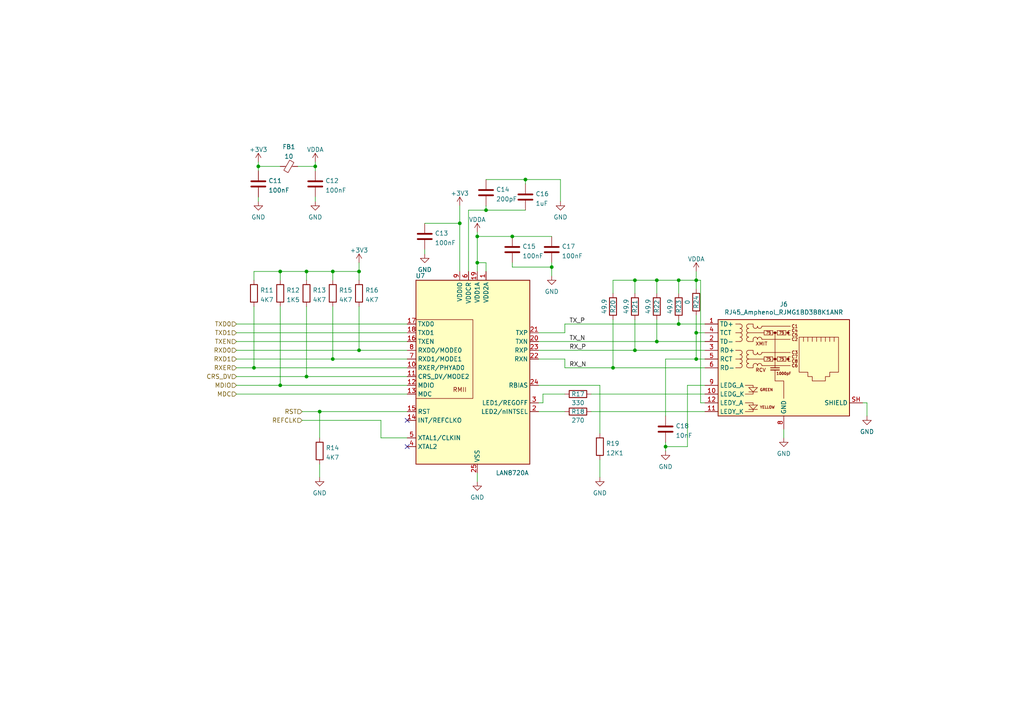
<source format=kicad_sch>
(kicad_sch (version 20211123) (generator eeschema)
  (paper "A4")
  (lib_symbols
    (symbol "Connector:RJ45_Amphenol_RJMG1BD3B8K1ANR"
      (property "Reference" "J6" (at 0 18.415 0))
      (property "Value" "RJ45_Amphenol_RJMG1BD3B8K1ANR" (at 0 16.1036 0))
      (symbol "RJ45_Amphenol_RJMG1BD3B8K1ANR_0_0"
        (circle (center -2.54 2.54) (radius 0.254) (stroke (width 0.254)) (fill (type outline)))
        (circle (center -2.54 10.16) (radius 0.254) (stroke (width 0.254)) (fill (type outline)))
        (polyline (pts (xy -7.62 -12.065) (xy -10.16 -12.065)))
        (polyline (pts (xy -7.62 -6.985) (xy -10.16 -6.985)))
        (polyline (pts (xy -2.54 10.16) (xy -2.54 0)))
        (polyline (pts (xy -1.27 -0.635) (xy -3.81 -0.635)) (stroke (width 0.254)))
        (polyline (pts (xy -1.27 0) (xy -3.81 0)) (stroke (width 0.254)))
        (polyline (pts (xy 1.27 2.54) (xy 0.635 2.54)))
        (polyline (pts (xy 1.27 10.16) (xy 0.635 10.16)))
        (polyline (pts (xy -11.176 -12.7) (xy -8.89 -12.7) (xy -8.89 -12.065)))
        (polyline (pts (xy -11.176 -10.16) (xy -8.89 -10.16) (xy -8.89 -10.795)))
        (polyline (pts (xy -11.176 -5.08) (xy -8.89 -5.08) (xy -8.89 -5.715)))
        (polyline (pts (xy -8.89 -6.985) (xy -8.89 -7.62) (xy -11.176 -7.62)))
        (polyline (pts (xy -10.16 -5.715) (xy -7.62 -5.715) (xy -8.89 -6.985) (xy -10.16 -5.715)))
        (polyline (pts (xy -7.62 -10.795) (xy -10.16 -10.795) (xy -8.89 -12.065) (xy -7.62 -10.795)))
        (polyline (pts (xy -2.54 -0.635) (xy -2.54 -3.81) (xy 0 -3.81) (xy 0 -8.89)))
        (polyline (pts (xy 1.905 3.175) (xy 1.27 3.175) (xy 1.27 1.905) (xy 1.905 1.905)))
        (polyline (pts (xy 1.905 10.795) (xy 1.27 10.795) (xy 1.27 9.525) (xy 1.905 9.525)))
        (circle (center 1.27 2.54) (radius 0.254) (stroke (width 0.254)) (fill (type outline)))
        (circle (center 1.27 10.16) (radius 0.254) (stroke (width 0.254)) (fill (type outline)))
        (text "1000pF" (at 0 -1.651 0) (effects (font (size 0.762 0.762))))
        (text "75" (at -4.445 2.54 0) (effects (font (size 0.762 0.762))))
        (text "75" (at -4.445 10.16 0) (effects (font (size 0.762 0.762))))
        (text "75" (at -0.635 2.54 0) (effects (font (size 0.762 0.762))))
        (text "75" (at -0.635 10.16 0) (effects (font (size 0.762 0.762))))
        (text "C1" (at 3.175 12.065 0) (effects (font (size 0.889 0.889))))
        (text "C2" (at 3.175 8.255 0) (effects (font (size 0.889 0.889))))
        (text "C3" (at 3.175 4.445 0) (effects (font (size 0.889 0.889))))
        (text "C4" (at 3.175 10.795 0) (effects (font (size 0.889 0.889))))
        (text "C5" (at 3.175 9.525 0) (effects (font (size 0.889 0.889))))
        (text "C6" (at 3.175 0.635 0) (effects (font (size 0.889 0.889))))
        (text "C7" (at 3.175 3.175 0) (effects (font (size 0.889 0.889))))
        (text "C8" (at 3.175 1.905 0) (effects (font (size 0.889 0.889))))
        (text "GREEN" (at -6.985 -6.35 0) (effects (font (size 0.762 0.762)) (justify left)))
        (text "RCV" (at -8.255 -0.635 0) (effects (font (size 1.016 1.016)) (justify left)))
        (text "XMIT" (at -8.255 6.985 0) (effects (font (size 1.016 1.016)) (justify left)))
        (text "YELLOW" (at -6.985 -11.43 0) (effects (font (size 0.762 0.762)) (justify left)))
      )
      (symbol "RJ45_Amphenol_RJMG1BD3B8K1ANR_0_1"
        (rectangle (start -19.05 -13.97) (end 19.05 13.97) (stroke (width 0.254)) (fill (type background)))
        (arc (start -12.7 0) (mid -12.065 0.635) (end -12.7 1.27))
        (arc (start -12.7 1.27) (mid -12.065 1.905) (end -12.7 2.54))
        (arc (start -12.7 2.54) (mid -12.065 3.175) (end -12.7 3.81))
        (arc (start -12.7 3.81) (mid -12.065 4.445) (end -12.7 5.08))
        (arc (start -12.7 7.62) (mid -12.065 8.255) (end -12.7 8.89))
        (arc (start -12.7 8.89) (mid -12.065 9.525) (end -12.7 10.16))
        (arc (start -12.7 10.16) (mid -12.065 10.795) (end -12.7 11.43))
        (arc (start -12.7 11.43) (mid -12.065 12.065) (end -12.7 12.7))
        (arc (start -10.16 1.27) (mid -10.795 0.635) (end -10.16 0))
        (arc (start -10.16 2.54) (mid -10.795 1.905) (end -10.16 1.27))
        (arc (start -10.16 3.81) (mid -10.795 3.175) (end -10.16 2.54))
        (arc (start -10.16 5.08) (mid -10.795 4.445) (end -10.16 3.81))
        (arc (start -10.16 8.89) (mid -10.795 8.255) (end -10.16 7.62))
        (arc (start -10.16 10.16) (mid -10.795 9.525) (end -10.16 8.89))
        (arc (start -10.16 11.43) (mid -10.795 10.795) (end -10.16 10.16))
        (arc (start -10.16 12.7) (mid -10.795 12.065) (end -10.16 11.43))
        (arc (start -8.89 4.445) (mid -8.255 3.81) (end -7.62 4.445))
        (arc (start -8.89 12.065) (mid -8.255 11.43) (end -7.62 12.065))
        (arc (start -7.62 0.635) (mid -8.255 1.27) (end -8.89 0.635))
        (arc (start -7.62 4.445) (mid -6.985 3.81) (end -6.35 4.445))
        (arc (start -7.62 8.255) (mid -8.255 8.89) (end -8.89 8.255))
        (arc (start -7.62 12.065) (mid -6.985 11.43) (end -6.35 12.065))
        (arc (start -6.35 0.635) (mid -6.985 1.27) (end -7.62 0.635))
        (arc (start -6.35 8.255) (mid -6.985 8.89) (end -7.62 8.255))
        (rectangle (start -5.715 3.175) (end -3.175 1.905))
        (rectangle (start -5.715 10.795) (end -3.175 9.525))
        (rectangle (start -1.905 3.175) (end 0.635 1.905))
        (rectangle (start -1.905 10.795) (end 0.635 9.525))
        (polyline (pts (xy -12.7 0) (xy -13.97 0)))
        (polyline (pts (xy -12.7 2.54) (xy -13.97 2.54)))
        (polyline (pts (xy -12.7 5.08) (xy -13.97 5.08)))
        (polyline (pts (xy -12.7 7.62) (xy -13.97 7.62)))
        (polyline (pts (xy -12.7 10.16) (xy -13.97 10.16)))
        (polyline (pts (xy -12.7 12.7) (xy -13.97 12.7)))
        (polyline (pts (xy -6.35 0.635) (xy 1.905 0.635)))
        (polyline (pts (xy -6.35 4.445) (xy 1.905 4.445)))
        (polyline (pts (xy -6.35 8.255) (xy 1.905 8.255)))
        (polyline (pts (xy -6.35 12.065) (xy 1.905 12.065)))
        (polyline (pts (xy -5.715 2.54) (xy -10.16 2.54)))
        (polyline (pts (xy -5.715 10.16) (xy -10.16 10.16)))
        (polyline (pts (xy -3.175 2.54) (xy -1.905 2.54)))
        (polyline (pts (xy -3.175 10.16) (xy -1.905 10.16)))
        (polyline (pts (xy 5.715 7.62) (xy 5.715 8.89)))
        (polyline (pts (xy 6.985 8.89) (xy 6.985 7.62)))
        (polyline (pts (xy 8.255 8.89) (xy 8.255 7.62)))
        (polyline (pts (xy 9.525 8.89) (xy 9.525 7.62)))
        (polyline (pts (xy 10.795 8.89) (xy 10.795 7.62)))
        (polyline (pts (xy 12.065 8.89) (xy 12.065 7.62)))
        (polyline (pts (xy 13.335 7.62) (xy 13.335 8.89)))
        (polyline (pts (xy 14.605 7.62) (xy 14.605 8.89)))
        (polyline (pts (xy -10.16 5.08) (xy -8.89 5.08) (xy -8.89 4.445)))
        (polyline (pts (xy -10.16 12.7) (xy -8.89 12.7) (xy -8.89 12.065)))
        (polyline (pts (xy -8.89 0.635) (xy -8.89 0) (xy -10.16 0)))
        (polyline (pts (xy -8.89 8.255) (xy -8.89 7.62) (xy -10.16 7.62)))
        (polyline (pts (xy 4.445 8.89) (xy 15.875 8.89) (xy 15.875 -1.27) (xy 13.335 -1.27) (xy 13.335 -2.54) (xy 12.065 -2.54) (xy 12.065 -3.81) (xy 8.255 -3.81) (xy 8.255 -2.54) (xy 6.985 -2.54) (xy 6.985 -1.27) (xy 4.445 -1.27) (xy 4.445 8.89)))
      )
      (symbol "RJ45_Amphenol_RJMG1BD3B8K1ANR_1_1"
        (pin passive line (at -22.86 12.7 0) (length 3.81) (name "TD+") (number "1"))
        (pin passive line (at -22.86 -7.62 0) (length 3.81) (name "LEDG_K") (number "10"))
        (pin passive line (at -22.86 -12.7 0) (length 3.81) (name "LEDY_K") (number "11"))
        (pin passive line (at -22.86 -10.16 0) (length 3.81) (name "LEDY_A") (number "12"))
        (pin passive line (at -22.86 7.62 0) (length 3.81) (name "TD-") (number "2"))
        (pin passive line (at -22.86 5.08 0) (length 3.81) (name "RD+") (number "3"))
        (pin passive line (at -22.86 10.16 0) (length 3.81) (name "TCT") (number "4"))
        (pin passive line (at -22.86 2.54 0) (length 3.81) (name "RCT") (number "5"))
        (pin passive line (at -22.86 0 0) (length 3.81) (name "RD-") (number "6"))
        (pin power_in line (at 0 -17.78 90) (length 3.81) (name "GND") (number "8"))
        (pin passive line (at -22.86 -5.08 0) (length 3.81) (name "LEDG_A") (number "9"))
        (pin no_connect line (at 5.08 -5.08 0) (length 0) hide (name "NC") (number "R7"))
        (pin passive line (at 22.86 -10.16 180) (length 3.81) (name "SHIELD") (number "SH"))
      )
    )
    (symbol "Device:C" (pin_numbers hide) (pin_names (offset 0.254))
      (property "Reference" "C" (at 0.635 2.54 0))
      (property "Value" "C" (at 0.635 -2.54 0))
      (symbol "C_0_1"
        (polyline (pts (xy -2.032 -0.762) (xy 2.032 -0.762)) (stroke (width 0.508)))
        (polyline (pts (xy -2.032 0.762) (xy 2.032 0.762)) (stroke (width 0.508)))
      )
      (symbol "C_1_1"
        (pin passive line (at 0 3.81 270) (length 2.794) (name "~") (number "1"))
        (pin passive line (at 0 -3.81 90) (length 2.794) (name "~") (number "2"))
      )
    )
    (symbol "Device:FerriteBead_Small" (pin_numbers hide) (pin_names (offset 0))
      (property "Reference" "FB" (at 1.905 1.27 0))
      (property "Value" "FerriteBead_Small" (at 1.905 -1.27 0))
      (symbol "FerriteBead_Small_0_1"
        (polyline (pts (xy 0 -1.27) (xy 0 -0.7874)))
        (polyline (pts (xy 0 0.889) (xy 0 1.2954)))
        (polyline (pts (xy -1.8288 0.2794) (xy -1.1176 1.4986) (xy 1.8288 -0.2032) (xy 1.1176 -1.4224) (xy -1.8288 0.2794)))
      )
      (symbol "FerriteBead_Small_1_1"
        (pin passive line (at 0 2.54 270) (length 1.27) (name "~") (number "1"))
        (pin passive line (at 0 -2.54 90) (length 1.27) (name "~") (number "2"))
      )
    )
    (symbol "Device:R" (pin_numbers hide) (pin_names (offset 0))
      (property "Reference" "R" (at 2.032 0 90))
      (property "Value" "R" (at 0 0 90))
      (symbol "R_0_1"
        (rectangle (start -1.016 -2.54) (end 1.016 2.54) (stroke (width 0.254)))
      )
      (symbol "R_1_1"
        (pin passive line (at 0 3.81 270) (length 1.27) (name "~") (number "1"))
        (pin passive line (at 0 -3.81 90) (length 1.27) (name "~") (number "2"))
      )
    )
    (symbol "Interface_Ethernet:LAN8720A"
      (property "Reference" "U" (at -13.97 29.21 0))
      (property "Value" "LAN8720A" (at 15.24 29.21 0))
      (symbol "LAN8720A_0_0"
        (text "RMII" (at -5.08 -3.81 0) (effects (font (size 1.27 1.27))))
      )
      (symbol "LAN8720A_0_1"
        (rectangle (start -17.78 27.94) (end 15.24 -25.4) (stroke (width 0.254)) (fill (type background)))
        (polyline (pts (xy -17.78 -6.35) (xy -1.27 -6.35) (xy -1.27 16.51) (xy -17.78 16.51)))
      )
      (symbol "LAN8720A_1_1"
        (pin power_in line (at 2.54 30.48 270) (length 2.54) (name "VDD2A") (number "1"))
        (pin output line (at -20.32 2.54 0) (length 2.54) (name "RXER/PHYAD0") (number "10"))
        (pin output line (at -20.32 0 0) (length 2.54) (name "CRS_DV/MODE2") (number "11"))
        (pin bidirectional line (at -20.32 -2.54 0) (length 2.54) (name "MDIO") (number "12"))
        (pin input line (at -20.32 -5.08 0) (length 2.54) (name "MDC") (number "13"))
        (pin output line (at -20.32 -12.7 0) (length 2.54) (name "INT/REFCLKO") (number "14"))
        (pin input line (at -20.32 -10.16 0) (length 2.54) (name "RST") (number "15"))
        (pin input line (at -20.32 10.16 0) (length 2.54) (name "TXEN") (number "16"))
        (pin input line (at -20.32 15.24 0) (length 2.54) (name "TXD0") (number "17"))
        (pin input line (at -20.32 12.7 0) (length 2.54) (name "TXD1") (number "18"))
        (pin power_in line (at 0 30.48 270) (length 2.54) (name "VDD1A") (number "19"))
        (pin bidirectional line (at 17.78 -10.16 180) (length 2.54) (name "LED2/nINTSEL") (number "2"))
        (pin output line (at 17.78 10.16 180) (length 2.54) (name "TXN") (number "20"))
        (pin output line (at 17.78 12.7 180) (length 2.54) (name "TXP") (number "21"))
        (pin output line (at 17.78 5.08 180) (length 2.54) (name "RXN") (number "22"))
        (pin output line (at 17.78 7.62 180) (length 2.54) (name "RXP") (number "23"))
        (pin input line (at 17.78 -2.54 180) (length 2.54) (name "RBIAS") (number "24"))
        (pin power_in line (at 0 -27.94 90) (length 2.54) (name "VSS") (number "25"))
        (pin bidirectional line (at 17.78 -7.62 180) (length 2.54) (name "LED1/REGOFF") (number "3"))
        (pin passive line (at -20.32 -20.32 0) (length 2.54) (name "XTAL2") (number "4"))
        (pin passive line (at -20.32 -17.78 0) (length 2.54) (name "XTAL1/CLKIN") (number "5"))
        (pin power_in line (at -2.54 30.48 270) (length 2.54) (name "VDDCR") (number "6"))
        (pin output line (at -20.32 5.08 0) (length 2.54) (name "RXD1/MODE1") (number "7"))
        (pin output line (at -20.32 7.62 0) (length 2.54) (name "RXD0/MODE0") (number "8"))
        (pin power_in line (at -5.08 30.48 270) (length 2.54) (name "VDDIO") (number "9"))
      )
    )
    (symbol "power:+3.3V" (power) (pin_names (offset 0))
      (property "Value" "+3.3V" (at 0 3.556 0))
      (symbol "+3.3V_0_1"
        (polyline (pts (xy -0.762 1.27) (xy 0 2.54)))
        (polyline (pts (xy 0 0) (xy 0 2.54)))
        (polyline (pts (xy 0 2.54) (xy 0.762 1.27)))
      )
      (symbol "+3.3V_1_1"
        (pin power_in line (at 0 0 90) (length 0) hide (name "+3V3") (number "1"))
      )
    )
    (symbol "power:GND" (power) (pin_names (offset 0))
      (property "Value" "GND" (at 0 -3.81 0))
      (symbol "GND_0_1"
        (polyline (pts (xy 0 0) (xy 0 -1.27) (xy 1.27 -1.27) (xy 0 -2.54) (xy -1.27 -1.27) (xy 0 -1.27)))
      )
      (symbol "GND_1_1"
        (pin power_in line (at 0 0 270) (length 0) hide (name "GND") (number "1"))
      )
    )
    (symbol "power:VDDA" (power) (pin_names (offset 0))
      (property "Value" "VDDA" (at 0 3.81 0))
      (symbol "VDDA_0_1"
        (polyline (pts (xy -0.762 1.27) (xy 0 2.54)))
        (polyline (pts (xy 0 0) (xy 0 2.54)))
        (polyline (pts (xy 0 2.54) (xy 0.762 1.27)))
      )
      (symbol "VDDA_1_1"
        (pin power_in line (at 0 0 90) (length 0) hide (name "VDDA") (number "1"))
      )
    )
  )
  (junction (at 96.52 104.14))
  (junction (at 196.85 93.98))
  (junction (at 81.28 111.76))
  (junction (at 96.52 78.74))
  (junction (at 133.35 64.77))
  (junction (at 201.93 96.52))
  (junction (at 152.4 52.07))
  (junction (at 160.02 77.47))
  (junction (at 148.59 68.58))
  (junction (at 190.5 99.06))
  (junction (at 190.5 81.28))
  (junction (at 88.9 78.74))
  (junction (at 140.97 60.96))
  (junction (at 196.85 81.28))
  (junction (at 184.15 81.28))
  (junction (at 74.93 48.26))
  (junction (at 104.14 101.6))
  (junction (at 81.28 78.74))
  (junction (at 184.15 101.6))
  (junction (at 104.14 78.74))
  (junction (at 201.93 104.14))
  (junction (at 138.43 68.58))
  (junction (at 201.93 81.28))
  (junction (at 138.43 76.2))
  (junction (at 193.04 129.54))
  (junction (at 91.44 48.26))
  (junction (at 73.66 106.68))
  (junction (at 177.8 106.68))
  (junction (at 88.9 109.22))
  (junction (at 92.71 119.38))
  (no_connect (at 118.11 129.54))
  (no_connect (at 118.11 121.92))
  (wire (pts (xy 87.63 119.38) (xy 92.71 119.38)))
  (wire (pts (xy 250.19 116.84) (xy 251.46 116.84)))
  (wire (pts (xy 177.8 106.68) (xy 204.47 106.68)))
  (wire (pts (xy 88.9 78.74) (xy 96.52 78.74)))
  (wire (pts (xy 196.85 81.28) (xy 196.85 85.09)))
  (wire (pts (xy 190.5 81.28) (xy 196.85 81.28)))
  (wire (pts (xy 81.28 48.26) (xy 74.93 48.26)))
  (wire (pts (xy 203.2 81.28) (xy 201.93 81.28)))
  (wire (pts (xy 68.58 96.52) (xy 118.11 96.52)))
  (wire (pts (xy 251.46 116.84) (xy 251.46 120.65)))
  (wire (pts (xy 68.58 109.22) (xy 88.9 109.22)))
  (wire (pts (xy 104.14 88.9) (xy 104.14 101.6)))
  (wire (pts (xy 148.59 76.2) (xy 148.59 77.47)))
  (wire (pts (xy 156.21 104.14) (xy 163.83 104.14)))
  (wire (pts (xy 163.83 93.98) (xy 196.85 93.98)))
  (wire (pts (xy 152.4 53.34) (xy 152.4 52.07)))
  (wire (pts (xy 73.66 81.28) (xy 73.66 78.74)))
  (wire (pts (xy 92.71 134.62) (xy 92.71 138.43)))
  (wire (pts (xy 171.45 114.3) (xy 204.47 114.3)))
  (wire (pts (xy 173.99 111.76) (xy 173.99 125.73)))
  (wire (pts (xy 201.93 81.28) (xy 201.93 83.82)))
  (wire (pts (xy 157.48 114.3) (xy 157.48 116.84)))
  (wire (pts (xy 138.43 67.31) (xy 138.43 68.58)))
  (wire (pts (xy 199.39 111.76) (xy 199.39 129.54)))
  (wire (pts (xy 91.44 46.99) (xy 91.44 48.26)))
  (wire (pts (xy 138.43 137.16) (xy 138.43 139.7)))
  (wire (pts (xy 184.15 81.28) (xy 184.15 85.09)))
  (wire (pts (xy 156.21 111.76) (xy 173.99 111.76)))
  (wire (pts (xy 74.93 48.26) (xy 74.93 49.53)))
  (wire (pts (xy 193.04 129.54) (xy 193.04 130.81)))
  (wire (pts (xy 68.58 106.68) (xy 73.66 106.68)))
  (wire (pts (xy 88.9 78.74) (xy 88.9 81.28)))
  (wire (pts (xy 156.21 99.06) (xy 190.5 99.06)))
  (wire (pts (xy 140.97 59.69) (xy 140.97 60.96)))
  (wire (pts (xy 163.83 104.14) (xy 163.83 106.68)))
  (wire (pts (xy 163.83 93.98) (xy 163.83 96.52)))
  (wire (pts (xy 201.93 96.52) (xy 201.93 104.14)))
  (wire (pts (xy 73.66 78.74) (xy 81.28 78.74)))
  (wire (pts (xy 135.89 60.96) (xy 135.89 78.74)))
  (wire (pts (xy 92.71 119.38) (xy 118.11 119.38)))
  (wire (pts (xy 74.93 48.26) (xy 74.93 46.99)))
  (wire (pts (xy 91.44 57.15) (xy 91.44 58.42)))
  (wire (pts (xy 68.58 93.98) (xy 118.11 93.98)))
  (wire (pts (xy 68.58 111.76) (xy 81.28 111.76)))
  (wire (pts (xy 133.35 64.77) (xy 123.19 64.77)))
  (wire (pts (xy 199.39 129.54) (xy 193.04 129.54)))
  (wire (pts (xy 138.43 68.58) (xy 138.43 76.2)))
  (wire (pts (xy 156.21 119.38) (xy 163.83 119.38)))
  (wire (pts (xy 138.43 76.2) (xy 140.97 76.2)))
  (wire (pts (xy 135.89 60.96) (xy 140.97 60.96)))
  (wire (pts (xy 88.9 88.9) (xy 88.9 109.22)))
  (wire (pts (xy 201.93 78.74) (xy 201.93 81.28)))
  (wire (pts (xy 160.02 77.47) (xy 160.02 80.01)))
  (wire (pts (xy 110.49 121.92) (xy 110.49 127)))
  (wire (pts (xy 73.66 106.68) (xy 118.11 106.68)))
  (wire (pts (xy 81.28 78.74) (xy 81.28 81.28)))
  (wire (pts (xy 160.02 76.2) (xy 160.02 77.47)))
  (wire (pts (xy 204.47 116.84) (xy 203.2 116.84)))
  (wire (pts (xy 184.15 101.6) (xy 204.47 101.6)))
  (wire (pts (xy 81.28 111.76) (xy 118.11 111.76)))
  (wire (pts (xy 73.66 88.9) (xy 73.66 106.68)))
  (wire (pts (xy 184.15 81.28) (xy 190.5 81.28)))
  (wire (pts (xy 68.58 99.06) (xy 118.11 99.06)))
  (wire (pts (xy 203.2 81.28) (xy 203.2 116.84)))
  (wire (pts (xy 193.04 104.14) (xy 193.04 120.65)))
  (wire (pts (xy 68.58 101.6) (xy 104.14 101.6)))
  (wire (pts (xy 68.58 104.14) (xy 96.52 104.14)))
  (wire (pts (xy 162.56 52.07) (xy 162.56 58.42)))
  (wire (pts (xy 190.5 92.71) (xy 190.5 99.06)))
  (wire (pts (xy 88.9 109.22) (xy 118.11 109.22)))
  (wire (pts (xy 87.63 121.92) (xy 110.49 121.92)))
  (wire (pts (xy 190.5 99.06) (xy 204.47 99.06)))
  (wire (pts (xy 184.15 92.71) (xy 184.15 101.6)))
  (wire (pts (xy 96.52 88.9) (xy 96.52 104.14)))
  (wire (pts (xy 163.83 106.68) (xy 177.8 106.68)))
  (wire (pts (xy 196.85 93.98) (xy 204.47 93.98)))
  (wire (pts (xy 68.58 114.3) (xy 118.11 114.3)))
  (wire (pts (xy 201.93 96.52) (xy 204.47 96.52)))
  (wire (pts (xy 140.97 52.07) (xy 152.4 52.07)))
  (wire (pts (xy 177.8 92.71) (xy 177.8 106.68)))
  (wire (pts (xy 104.14 78.74) (xy 104.14 81.28)))
  (wire (pts (xy 81.28 88.9) (xy 81.28 111.76)))
  (wire (pts (xy 204.47 111.76) (xy 199.39 111.76)))
  (wire (pts (xy 81.28 78.74) (xy 88.9 78.74)))
  (wire (pts (xy 201.93 91.44) (xy 201.93 96.52)))
  (wire (pts (xy 92.71 127) (xy 92.71 119.38)))
  (wire (pts (xy 190.5 81.28) (xy 190.5 85.09)))
  (wire (pts (xy 138.43 68.58) (xy 148.59 68.58)))
  (wire (pts (xy 171.45 119.38) (xy 204.47 119.38)))
  (wire (pts (xy 196.85 92.71) (xy 196.85 93.98)))
  (wire (pts (xy 227.33 124.46) (xy 227.33 127)))
  (wire (pts (xy 133.35 78.74) (xy 133.35 64.77)))
  (wire (pts (xy 148.59 68.58) (xy 160.02 68.58)))
  (wire (pts (xy 193.04 128.27) (xy 193.04 129.54)))
  (wire (pts (xy 138.43 76.2) (xy 138.43 78.74)))
  (wire (pts (xy 156.21 101.6) (xy 184.15 101.6)))
  (wire (pts (xy 163.83 114.3) (xy 157.48 114.3)))
  (wire (pts (xy 140.97 60.96) (xy 152.4 60.96)))
  (wire (pts (xy 110.49 127) (xy 118.11 127)))
  (wire (pts (xy 173.99 133.35) (xy 173.99 138.43)))
  (wire (pts (xy 177.8 81.28) (xy 184.15 81.28)))
  (wire (pts (xy 104.14 101.6) (xy 118.11 101.6)))
  (wire (pts (xy 91.44 48.26) (xy 86.36 48.26)))
  (wire (pts (xy 177.8 85.09) (xy 177.8 81.28)))
  (wire (pts (xy 96.52 78.74) (xy 96.52 81.28)))
  (wire (pts (xy 204.47 104.14) (xy 201.93 104.14)))
  (wire (pts (xy 156.21 96.52) (xy 163.83 96.52)))
  (wire (pts (xy 152.4 52.07) (xy 162.56 52.07)))
  (wire (pts (xy 196.85 81.28) (xy 201.93 81.28)))
  (wire (pts (xy 148.59 77.47) (xy 160.02 77.47)))
  (wire (pts (xy 157.48 116.84) (xy 156.21 116.84)))
  (wire (pts (xy 133.35 59.69) (xy 133.35 64.77)))
  (wire (pts (xy 96.52 78.74) (xy 104.14 78.74)))
  (wire (pts (xy 74.93 57.15) (xy 74.93 58.42)))
  (wire (pts (xy 123.19 72.39) (xy 123.19 73.66)))
  (wire (pts (xy 201.93 104.14) (xy 193.04 104.14)))
  (wire (pts (xy 104.14 76.2) (xy 104.14 78.74)))
  (wire (pts (xy 91.44 48.26) (xy 91.44 49.53)))
  (wire (pts (xy 140.97 76.2) (xy 140.97 78.74)))
  (wire (pts (xy 96.52 104.14) (xy 118.11 104.14)))
  (label "TX_P" (at 165.1 93.98 0))
  (label "TX_N" (at 165.1 99.06 0))
  (label "RX_N" (at 165.1 106.68 0))
  (label "RX_P" (at 165.1 101.6 0))
  (hierarchical_label "MDIO" (shape input) (at 68.58 111.76 180))
  (hierarchical_label "RXD1" (shape input) (at 68.58 104.14 180))
  (hierarchical_label "REFCLK" (shape input) (at 87.63 121.92 180))
  (hierarchical_label "MDC" (shape input) (at 68.58 114.3 180))
  (hierarchical_label "RXD0" (shape input) (at 68.58 101.6 180))
  (hierarchical_label "CRS_DV" (shape input) (at 68.58 109.22 180))
  (hierarchical_label "RST" (shape input) (at 87.63 119.38 180))
  (hierarchical_label "TXD1" (shape input) (at 68.58 96.52 180))
  (hierarchical_label "TXEN" (shape input) (at 68.58 99.06 180))
  (hierarchical_label "TXD0" (shape input) (at 68.58 93.98 180))
  (hierarchical_label "RXER" (shape input) (at 68.58 106.68 180))
  (symbol (lib_id "Interface_Ethernet:LAN8720A") (at 138.43 109.22 0) (unit 1)
    (property "Reference" "U7" (at 121.92 80.01 0))
    (property "Value" "LAN8720A" (at 148.59 137.16 0))
    (property "Footprint" "Package_DFN_QFN:QFN-24-1EP_4x4mm_P0.5mm_EP2.6x2.6mm" (effects hide))
    (property "Datasheet" "http://ww1.microchip.com/downloads/en/DeviceDoc/8720a.pdf" (effects hide))
    (property "LCSC" "C45223" (effects hide))
    (property "JLCPCB_CORRECTION" "0; 0; 270" (effects hide))
  )
  (symbol (lib_id "Connector:RJ45_Amphenol_RJMG1BD3B8K1ANR") (at 227.33 106.68 0) (unit 1)
    (property "Reference" "J6" (at 227.33 88.265 0))
    (property "Value" "RJ45_Amphenol_RJMG1BD3B8K1ANR" (at 227.33 90.5764 0))
    (property "Footprint" "Connector_RJ:RJ45_Hanrun_HR911105A" (effects hide))
    (property "Datasheet" "https://www.amphenolcanada.com/ProductSearch/Drawings/AC/RJMG1BD3B8K1ANR.PDF" (effects hide))
    (property "LCSC" "C12074" (effects hide))
  )
  (symbol (lib_id "Device:R") (at 167.64 114.3 270) (unit 1)
    (property "Reference" "R17" (at 167.64 114.3 90))
    (property "Value" "330" (at 167.64 116.84 90))
    (property "Footprint" "Resistor_SMD:R_0603_1608Metric" (effects hide))
    (property "LCSC" "C23138" (effects hide))
  )
  (symbol (lib_id "Device:R") (at 167.64 119.38 270) (unit 1)
    (property "Reference" "R18" (at 167.64 119.38 90))
    (property "Value" "270" (at 167.64 121.92 90))
    (property "Footprint" "Resistor_SMD:R_0603_1608Metric" (effects hide))
    (property "LCSC" "C22966" (effects hide))
  )
  (symbol (lib_id "Device:R") (at 177.8 88.9 180) (unit 1)
    (property "Reference" "R20" (at 177.8 88.9 90))
    (property "Value" "49.9" (at 175.26 88.9 90))
    (property "Footprint" "Resistor_SMD:R_0603_1608Metric" (effects hide))
    (property "LCSC" "C23185" (effects hide))
  )
  (symbol (lib_id "Device:R") (at 190.5 88.9 180) (unit 1)
    (property "Reference" "R22" (at 190.5 88.9 90))
    (property "Value" "49.9" (at 187.96 88.9 90))
    (property "Footprint" "Resistor_SMD:R_0603_1608Metric" (effects hide))
    (property "LCSC" "C23185" (effects hide))
  )
  (symbol (lib_id "Device:R") (at 196.85 88.9 180) (unit 1)
    (property "Reference" "R23" (at 196.85 88.9 90))
    (property "Value" "49.9" (at 194.31 88.9 90))
    (property "Footprint" "Resistor_SMD:R_0603_1608Metric" (effects hide))
    (property "LCSC" "C23185" (effects hide))
  )
  (symbol (lib_id "Device:R") (at 184.15 88.9 180) (unit 1)
    (property "Reference" "R21" (at 184.15 88.9 90))
    (property "Value" "49.9" (at 181.61 88.9 90))
    (property "Footprint" "Resistor_SMD:R_0603_1608Metric" (effects hide))
    (property "LCSC" "C23185" (effects hide))
  )
  (symbol (lib_id "Device:C") (at 74.93 53.34 180) (unit 1)
    (property "Reference" "C11" (at 77.851 52.4315 0) (effects (justify right)))
    (property "Value" "100nF" (at 77.851 55.2066 0) (effects (justify right)))
    (property "Footprint" "Capacitor_SMD:C_0603_1608Metric" (effects hide))
    (property "LCSC" "C14663" (effects hide))
  )
  (symbol (lib_id "Device:R") (at 88.9 85.09 0) (unit 1)
    (property "Reference" "R13" (at 90.678 84.1815 0) (effects (justify left)))
    (property "Value" "4K7" (at 90.678 86.9566 0) (effects (justify left)))
    (property "Footprint" "Resistor_SMD:R_0603_1608Metric" (effects hide))
    (property "LCSC" "C23162" (effects hide))
  )
  (symbol (lib_id "power:VDDA") (at 201.93 78.74 0) (unit 1)
    (property "Reference" "#PWR0135" (effects hide))
    (property "Value" "VDDA" (at 201.93 75.1355 0))
  )
  (symbol (lib_id "power:+3.3V") (at 104.14 76.2 0) (unit 1)
    (property "Reference" "#PWR0129" (effects hide))
    (property "Value" "+3.3V" (at 104.14 72.5955 0))
  )
  (symbol (lib_id "power:GND") (at 123.19 73.66 0) (unit 1)
    (property "Reference" "#PWR0133" (effects hide))
    (property "Value" "GND" (at 123.19 78.2225 0))
  )
  (symbol (lib_id "power:GND") (at 160.02 80.01 0) (unit 1)
    (property "Reference" "#PWR0125" (effects hide))
    (property "Value" "GND" (at 160.02 84.5725 0))
  )
  (symbol (lib_id "Device:C") (at 160.02 72.39 180) (unit 1)
    (property "Reference" "C17" (at 162.941 71.4815 0) (effects (justify right)))
    (property "Value" "100nF" (at 162.941 74.2566 0) (effects (justify right)))
    (property "Footprint" "Capacitor_SMD:C_0603_1608Metric" (effects hide))
    (property "LCSC" "C14663" (effects hide))
  )
  (symbol (lib_id "Device:C") (at 152.4 57.15 0) (unit 1)
    (property "Reference" "C16" (at 155.321 56.2415 0) (effects (justify left)))
    (property "Value" "1uF" (at 155.321 59.0166 0) (effects (justify left)))
    (property "Footprint" "Capacitor_SMD:C_0603_1608Metric" (effects hide))
    (property "LCSC" "C15849" (effects hide))
  )
  (symbol (lib_id "power:GND") (at 193.04 130.81 0) (unit 1)
    (property "Reference" "#PWR0137" (effects hide))
    (property "Value" "GND" (at 193.04 135.3725 0))
  )
  (symbol (lib_id "Device:R") (at 173.99 129.54 0) (unit 1)
    (property "Reference" "R19" (at 175.768 128.6315 0) (effects (justify left)))
    (property "Value" "12K1" (at 175.768 131.4066 0) (effects (justify left)))
    (property "Footprint" "Resistor_SMD:R_0603_1608Metric" (effects hide))
  )
  (symbol (lib_id "Device:R") (at 201.93 87.63 180) (unit 1)
    (property "Reference" "R24" (at 201.93 87.63 90))
    (property "Value" "0" (at 199.39 87.63 90))
    (property "Footprint" "Resistor_SMD:R_0603_1608Metric" (effects hide))
    (property "LCSC" "C21189" (effects hide))
  )
  (symbol (lib_id "power:GND") (at 74.93 58.42 0) (unit 1)
    (property "Reference" "#PWR0132" (effects hide))
    (property "Value" "GND" (at 74.93 62.9825 0))
  )
  (symbol (lib_id "power:GND") (at 91.44 58.42 0) (unit 1)
    (property "Reference" "#PWR0130" (effects hide))
    (property "Value" "GND" (at 91.44 62.9825 0))
  )
  (symbol (lib_id "Device:R") (at 73.66 85.09 0) (unit 1)
    (property "Reference" "R11" (at 75.438 84.1815 0) (effects (justify left)))
    (property "Value" "4K7" (at 75.438 86.9566 0) (effects (justify left)))
    (property "Footprint" "Resistor_SMD:R_0603_1608Metric" (effects hide))
    (property "LCSC" "C23162" (effects hide))
  )
  (symbol (lib_id "Device:FerriteBead_Small") (at 83.82 48.26 90) (unit 1)
    (property "Reference" "FB1" (at 83.7819 42.5917 90))
    (property "Value" "10" (at 83.7819 45.3668 90))
    (property "Footprint" "Resistor_SMD:R_0805_2012Metric" (effects hide))
    (property "LCSC" "C1017" (effects hide))
  )
  (symbol (lib_id "Device:C") (at 193.04 124.46 0) (unit 1)
    (property "Reference" "C18" (at 195.961 123.5515 0) (effects (justify left)))
    (property "Value" "10nF" (at 195.961 126.3266 0) (effects (justify left)))
    (property "Footprint" "Capacitor_SMD:C_0603_1608Metric" (effects hide))
    (property "LCSC" "C57112" (effects hide))
  )
  (symbol (lib_id "power:GND") (at 138.43 139.7 0) (unit 1)
    (property "Reference" "#PWR0139" (effects hide))
    (property "Value" "GND" (at 138.43 144.2625 0))
  )
  (symbol (lib_id "Device:C") (at 148.59 72.39 180) (unit 1)
    (property "Reference" "C15" (at 151.511 71.4815 0) (effects (justify right)))
    (property "Value" "100nF" (at 151.511 74.2566 0) (effects (justify right)))
    (property "Footprint" "Capacitor_SMD:C_0603_1608Metric" (effects hide))
    (property "LCSC" "C14663" (effects hide))
  )
  (symbol (lib_id "power:GND") (at 162.56 58.42 0) (unit 1)
    (property "Reference" "#PWR0126" (effects hide))
    (property "Value" "GND" (at 162.56 62.9825 0))
  )
  (symbol (lib_id "power:+3.3V") (at 74.93 46.99 0) (unit 1)
    (property "Reference" "#PWR0127" (effects hide))
    (property "Value" "+3.3V" (at 74.93 43.3855 0))
  )
  (symbol (lib_id "power:GND") (at 251.46 120.65 0) (unit 1)
    (property "Reference" "#PWR0148" (effects hide))
    (property "Value" "GND" (at 251.46 125.2125 0))
  )
  (symbol (lib_id "Device:C") (at 123.19 68.58 180) (unit 1)
    (property "Reference" "C13" (at 126.111 67.6715 0) (effects (justify right)))
    (property "Value" "100nF" (at 126.111 70.4466 0) (effects (justify right)))
    (property "Footprint" "Capacitor_SMD:C_0603_1608Metric" (effects hide))
    (property "LCSC" "C14663" (effects hide))
  )
  (symbol (lib_id "Device:C") (at 140.97 55.88 0) (unit 1)
    (property "Reference" "C14" (at 143.891 54.9715 0) (effects (justify left)))
    (property "Value" "200pF" (at 143.891 57.7466 0) (effects (justify left)))
    (property "Footprint" "Capacitor_SMD:C_0603_1608Metric" (effects hide))
    (property "LCSC" "C1600" (effects hide))
  )
  (symbol (lib_id "power:VDDA") (at 91.44 46.99 0) (unit 1)
    (property "Reference" "#PWR0128" (effects hide))
    (property "Value" "VDDA" (at 91.44 43.3855 0))
  )
  (symbol (lib_id "power:GND") (at 92.71 138.43 0) (unit 1)
    (property "Reference" "#PWR0136" (effects hide))
    (property "Value" "GND" (at 92.71 142.9925 0))
  )
  (symbol (lib_id "Device:R") (at 92.71 130.81 0) (unit 1)
    (property "Reference" "R14" (at 94.488 129.9015 0) (effects (justify left)))
    (property "Value" "4K7" (at 94.488 132.6766 0) (effects (justify left)))
    (property "Footprint" "Resistor_SMD:R_0603_1608Metric" (effects hide))
    (property "LCSC" "C23162" (effects hide))
  )
  (symbol (lib_id "Device:R") (at 81.28 85.09 0) (unit 1)
    (property "Reference" "R12" (at 83.058 84.1815 0) (effects (justify left)))
    (property "Value" "1K5" (at 83.058 86.9566 0) (effects (justify left)))
    (property "Footprint" "Resistor_SMD:R_0603_1608Metric" (effects hide))
    (property "LCSC" "C22843" (effects hide))
  )
  (symbol (lib_id "power:VDDA") (at 138.43 67.31 0) (unit 1)
    (property "Reference" "#PWR0131" (effects hide))
    (property "Value" "VDDA" (at 138.43 63.7055 0))
  )
  (symbol (lib_id "power:+3.3V") (at 133.35 59.69 0) (unit 1)
    (property "Reference" "#PWR0146" (effects hide))
    (property "Value" "+3.3V" (at 133.35 56.0855 0))
  )
  (symbol (lib_id "Device:R") (at 96.52 85.09 0) (unit 1)
    (property "Reference" "R15" (at 98.298 84.1815 0) (effects (justify left)))
    (property "Value" "4K7" (at 98.298 86.9566 0) (effects (justify left)))
    (property "Footprint" "Resistor_SMD:R_0603_1608Metric" (effects hide))
    (property "LCSC" "C23162" (effects hide))
  )
  (symbol (lib_id "Device:C") (at 91.44 53.34 180) (unit 1)
    (property "Reference" "C12" (at 94.361 52.4315 0) (effects (justify right)))
    (property "Value" "100nF" (at 94.361 55.2066 0) (effects (justify right)))
    (property "Footprint" "Capacitor_SMD:C_0603_1608Metric" (effects hide))
    (property "LCSC" "C14663" (effects hide))
  )
  (symbol (lib_id "power:GND") (at 227.33 127 0) (unit 1)
    (property "Reference" "#PWR0134" (effects hide))
    (property "Value" "GND" (at 227.33 131.5625 0))
  )
  (symbol (lib_id "power:GND") (at 173.99 138.43 0) (unit 1)
    (property "Reference" "#PWR0138" (effects hide))
    (property "Value" "GND" (at 173.99 142.9925 0))
  )
  (symbol (lib_id "Device:R") (at 104.14 85.09 0) (unit 1)
    (property "Reference" "R16" (at 105.918 84.1815 0) (effects (justify left)))
    (property "Value" "4K7" (at 105.918 86.9566 0) (effects (justify left)))
    (property "Footprint" "Resistor_SMD:R_0603_1608Metric" (effects hide))
    (property "LCSC" "C23162" (effects hide))
  )
)
</source>
